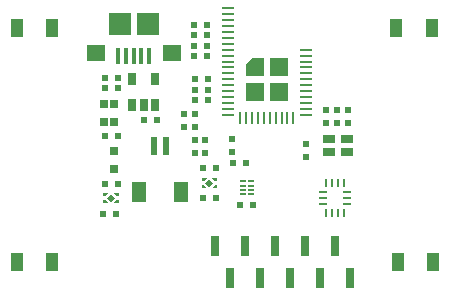
<source format=gbr>
G04 #@! TF.GenerationSoftware,KiCad,Pcbnew,(5.0.1-3-g963ef8bb5)*
G04 #@! TF.CreationDate,2019-06-17T11:31:16-10:00*
G04 #@! TF.ProjectId,OpenHAK_03,4F70656E48414B5F30332E6B69636164,rev?*
G04 #@! TF.SameCoordinates,Original*
G04 #@! TF.FileFunction,Paste,Top*
G04 #@! TF.FilePolarity,Positive*
%FSLAX46Y46*%
G04 Gerber Fmt 4.6, Leading zero omitted, Abs format (unit mm)*
G04 Created by KiCad (PCBNEW (5.0.1-3-g963ef8bb5)) date Monday, June 17, 2019 at 11:31:16 AM*
%MOMM*%
%LPD*%
G01*
G04 APERTURE LIST*
%ADD10R,0.500000X0.600000*%
%ADD11R,0.675000X0.250000*%
%ADD12R,0.250000X0.675000*%
%ADD13R,0.600000X0.500000*%
%ADD14C,0.010000*%
%ADD15C,0.100000*%
%ADD16C,0.480000*%
%ADD17R,0.530000X0.165000*%
%ADD18R,1.010000X0.490000*%
%ADD19C,0.339410*%
%ADD20R,1.500000X1.500000*%
%ADD21R,1.500000X1.010000*%
%ADD22R,1.000000X0.254000*%
%ADD23R,0.254000X1.000000*%
%ADD24R,1.000000X1.600000*%
%ADD25R,0.750000X0.800000*%
%ADD26R,0.650000X0.800000*%
%ADD27R,0.650000X1.060000*%
%ADD28R,1.900000X1.900000*%
%ADD29R,1.600000X1.400000*%
%ADD30R,0.400000X1.350000*%
%ADD31R,1.000000X0.800000*%
%ADD32R,0.600000X1.550000*%
%ADD33R,1.200000X1.800000*%
%ADD34R,0.740000X1.700000*%
G04 APERTURE END LIST*
D10*
G04 #@! TO.C,C6*
X137840880Y-97743860D03*
X137840880Y-98843860D03*
G04 #@! TD*
D11*
G04 #@! TO.C,U4*
X148678380Y-102693860D03*
D12*
X148940880Y-103956360D03*
X149440880Y-103956360D03*
X149940880Y-103956360D03*
X150440880Y-103956360D03*
X150440880Y-101431360D03*
X149940880Y-101431360D03*
X149440880Y-101431360D03*
X148940880Y-101431360D03*
D11*
X148678380Y-103193860D03*
X148678380Y-102193860D03*
X150703380Y-102193860D03*
X150703380Y-102693860D03*
X150703380Y-103193860D03*
G04 #@! TD*
D13*
G04 #@! TO.C,C12*
X130215880Y-101493860D03*
X131315880Y-101493860D03*
G04 #@! TD*
D14*
G04 #@! TO.C,U6*
X131415880Y-103006360D03*
D15*
G36*
X131195880Y-102881360D02*
X131420880Y-102881360D01*
X131420880Y-103131360D01*
X131015880Y-103131360D01*
X131015880Y-103096360D01*
X131195880Y-102881360D01*
X131195880Y-102881360D01*
G37*
D14*
X130115880Y-102381360D03*
D15*
G36*
X130335880Y-102506360D02*
X130110880Y-102506360D01*
X130110880Y-102256360D01*
X130515880Y-102256360D01*
X130515880Y-102291360D01*
X130335880Y-102506360D01*
X130335880Y-102506360D01*
G37*
D14*
X131415880Y-102381360D03*
D15*
G36*
X131420880Y-102256360D02*
X131420880Y-102506360D01*
X131195880Y-102506360D01*
X131015880Y-102291360D01*
X131015880Y-102256360D01*
X131420880Y-102256360D01*
X131420880Y-102256360D01*
G37*
D14*
X130115880Y-103006360D03*
D15*
G36*
X130110880Y-103131360D02*
X130110880Y-102881360D01*
X130335880Y-102881360D01*
X130515880Y-103096360D01*
X130515880Y-103131360D01*
X130110880Y-103131360D01*
X130110880Y-103131360D01*
G37*
D16*
X130765880Y-102693860D03*
D15*
G36*
X131105291Y-102693860D02*
X130765880Y-103033271D01*
X130426469Y-102693860D01*
X130765880Y-102354449D01*
X131105291Y-102693860D01*
X131105291Y-102693860D01*
G37*
G04 #@! TD*
D17*
G04 #@! TO.C,U7*
X142625880Y-101268860D03*
X142625880Y-101618860D03*
X142625880Y-101968860D03*
X141955880Y-101968860D03*
X141955880Y-102318860D03*
X142625880Y-102318860D03*
X141955880Y-101618860D03*
X141955880Y-101268860D03*
G04 #@! TD*
D10*
G04 #@! TO.C,C7*
X138740880Y-97743860D03*
X138740880Y-98843860D03*
G04 #@! TD*
D13*
G04 #@! TO.C,C8*
X139640880Y-102668860D03*
X138540880Y-102668860D03*
G04 #@! TD*
D18*
G04 #@! TO.C,U1*
X143180880Y-91113860D03*
D19*
X142660880Y-91103860D03*
D15*
G36*
X142185880Y-91338860D02*
X142655880Y-90868860D01*
X142665880Y-90868860D01*
X143135880Y-91338860D01*
X142185880Y-91338860D01*
X142185880Y-91338860D01*
G37*
D20*
X144940880Y-91613860D03*
X144940880Y-93733860D03*
X142940880Y-93733860D03*
D21*
X142940880Y-91828860D03*
D22*
X147245880Y-90123860D03*
X147245880Y-90623860D03*
X147245880Y-91123860D03*
X147245880Y-91623860D03*
X147245880Y-92123860D03*
X147245880Y-92623860D03*
X147245880Y-93123860D03*
X147245880Y-93623860D03*
X147245880Y-94123860D03*
X147245880Y-94623860D03*
X147245880Y-95123860D03*
X147245880Y-95623860D03*
D23*
X146190880Y-95913860D03*
X145690880Y-95913860D03*
X145190880Y-95913860D03*
X144690880Y-95913860D03*
X144190880Y-95913860D03*
X143690880Y-95913860D03*
X143190880Y-95913860D03*
X142690880Y-95913860D03*
X142190880Y-95913860D03*
X141690880Y-95913860D03*
D22*
X140635880Y-95623860D03*
X140635880Y-95123860D03*
X140635880Y-94623860D03*
X140635880Y-94123860D03*
X140635880Y-93623860D03*
X140635880Y-93123860D03*
X140635880Y-92623860D03*
X140635880Y-92123860D03*
X140635880Y-91623860D03*
X140635880Y-91123860D03*
X140635880Y-90623860D03*
X140635880Y-90123860D03*
X140635880Y-89623860D03*
X140635880Y-89123860D03*
X140635880Y-88623860D03*
X140635880Y-88123860D03*
X140635880Y-87623860D03*
X140635880Y-87123860D03*
X140635880Y-86623860D03*
G04 #@! TD*
D24*
G04 #@! TO.C,S3*
X154892880Y-88287860D03*
X157892880Y-88287860D03*
G04 #@! TD*
G04 #@! TO.C,S3*
X155019880Y-108099860D03*
X158019880Y-108099860D03*
G04 #@! TD*
G04 #@! TO.C,S3*
X122761880Y-108099860D03*
X125761880Y-108099860D03*
G04 #@! TD*
D25*
G04 #@! TO.C,D2*
X130990880Y-100218860D03*
X130990880Y-98718860D03*
G04 #@! TD*
D26*
G04 #@! TO.C,D3*
X130165880Y-96218860D03*
X130165880Y-94718860D03*
X131015880Y-94718860D03*
X131015880Y-96218860D03*
G04 #@! TD*
D27*
G04 #@! TO.C,U5*
X132565880Y-94793860D03*
X133515880Y-94793860D03*
X134465880Y-94793860D03*
X134465880Y-92593860D03*
X132565880Y-92593860D03*
G04 #@! TD*
D28*
G04 #@! TO.C,P2*
X131484220Y-87945647D03*
D29*
X129484220Y-90395647D03*
D30*
X133984220Y-90620647D03*
X133334220Y-90620647D03*
X131384220Y-90620647D03*
X132034220Y-90620647D03*
X132684220Y-90620647D03*
D29*
X135884220Y-90395647D03*
D28*
X133884220Y-87945647D03*
G04 #@! TD*
D31*
G04 #@! TO.C,D1*
X150750000Y-98750000D03*
X149250000Y-98750000D03*
X149250000Y-97650000D03*
X150750000Y-97650000D03*
G04 #@! TD*
D24*
G04 #@! TO.C,S2*
X122761880Y-88287860D03*
X125761880Y-88287860D03*
G04 #@! TD*
D32*
G04 #@! TO.C,BT1*
X134415880Y-98306360D03*
X135415880Y-98306360D03*
D33*
X133115880Y-102181360D03*
X136715880Y-102181360D03*
G04 #@! TD*
D13*
G04 #@! TO.C,C1*
X138890880Y-87993860D03*
X137790880Y-87993860D03*
G04 #@! TD*
G04 #@! TO.C,C2*
X137790880Y-88893860D03*
X138890880Y-88893860D03*
G04 #@! TD*
D10*
G04 #@! TO.C,C3*
X147240880Y-99243860D03*
X147240880Y-98143860D03*
G04 #@! TD*
G04 #@! TO.C,C4*
X137840880Y-96643860D03*
X137840880Y-95543860D03*
G04 #@! TD*
G04 #@! TO.C,C5*
X136940880Y-95543860D03*
X136940880Y-96643860D03*
G04 #@! TD*
D13*
G04 #@! TO.C,C9*
X139640880Y-100168860D03*
X138540880Y-100168860D03*
G04 #@! TD*
G04 #@! TO.C,C10*
X138890880Y-90693860D03*
X137790880Y-90693860D03*
G04 #@! TD*
G04 #@! TO.C,C11*
X133515880Y-96093860D03*
X134615880Y-96093860D03*
G04 #@! TD*
G04 #@! TO.C,C13*
X130065880Y-104068860D03*
X131165880Y-104068860D03*
G04 #@! TD*
G04 #@! TO.C,C14*
X137860880Y-92593860D03*
X138960880Y-92593860D03*
G04 #@! TD*
G04 #@! TO.C,C15*
X141690880Y-103243860D03*
X142790880Y-103243860D03*
G04 #@! TD*
G04 #@! TO.C,C16*
X142190880Y-99693860D03*
X141090880Y-99693860D03*
G04 #@! TD*
G04 #@! TO.C,R1*
X137790880Y-89793860D03*
X138890880Y-89793860D03*
G04 #@! TD*
D10*
G04 #@! TO.C,R2*
X140990880Y-98743860D03*
X140990880Y-97643860D03*
G04 #@! TD*
G04 #@! TO.C,R5*
X150840880Y-96343860D03*
X150840880Y-95243860D03*
G04 #@! TD*
D13*
G04 #@! TO.C,R7*
X137850880Y-94393860D03*
X138950880Y-94393860D03*
G04 #@! TD*
G04 #@! TO.C,R8*
X137840880Y-93493860D03*
X138940880Y-93493860D03*
G04 #@! TD*
D10*
G04 #@! TO.C,R12*
X149890880Y-95243860D03*
X149890880Y-96343860D03*
G04 #@! TD*
D13*
G04 #@! TO.C,R13*
X130215880Y-93393860D03*
X131315880Y-93393860D03*
G04 #@! TD*
G04 #@! TO.C,R14*
X130215880Y-92493860D03*
X131315880Y-92493860D03*
G04 #@! TD*
G04 #@! TO.C,R15*
X131315880Y-97393860D03*
X130215880Y-97393860D03*
G04 #@! TD*
D10*
G04 #@! TO.C,R17*
X148940880Y-96343860D03*
X148940880Y-95243860D03*
G04 #@! TD*
D16*
G04 #@! TO.C,U3*
X139090880Y-101418861D03*
D15*
G36*
X138751469Y-101418861D02*
X139090880Y-101079450D01*
X139430291Y-101418861D01*
X139090880Y-101758272D01*
X138751469Y-101418861D01*
X138751469Y-101418861D01*
G37*
D14*
X139740880Y-101106361D03*
D15*
G36*
X139745880Y-100981361D02*
X139745880Y-101231361D01*
X139520880Y-101231361D01*
X139340880Y-101016361D01*
X139340880Y-100981361D01*
X139745880Y-100981361D01*
X139745880Y-100981361D01*
G37*
D14*
X138440880Y-101731361D03*
D15*
G36*
X138435880Y-101856361D02*
X138435880Y-101606361D01*
X138660880Y-101606361D01*
X138840880Y-101821361D01*
X138840880Y-101856361D01*
X138435880Y-101856361D01*
X138435880Y-101856361D01*
G37*
D14*
X139740880Y-101731361D03*
D15*
G36*
X139520880Y-101606361D02*
X139745880Y-101606361D01*
X139745880Y-101856361D01*
X139340880Y-101856361D01*
X139340880Y-101821361D01*
X139520880Y-101606361D01*
X139520880Y-101606361D01*
G37*
D14*
X138440880Y-101106361D03*
D15*
G36*
X138660880Y-101231361D02*
X138435880Y-101231361D01*
X138435880Y-100981361D01*
X138840880Y-100981361D01*
X138840880Y-101016361D01*
X138660880Y-101231361D01*
X138660880Y-101231361D01*
G37*
G04 #@! TD*
D34*
G04 #@! TO.C,P1*
X139525880Y-106743860D03*
X140795880Y-109443860D03*
X142065880Y-106743860D03*
X143335880Y-109443860D03*
X144605880Y-106743860D03*
X145875880Y-109443860D03*
X147145880Y-106743860D03*
X148415880Y-109443860D03*
X149685880Y-106743860D03*
X150955880Y-109443860D03*
G04 #@! TD*
M02*

</source>
